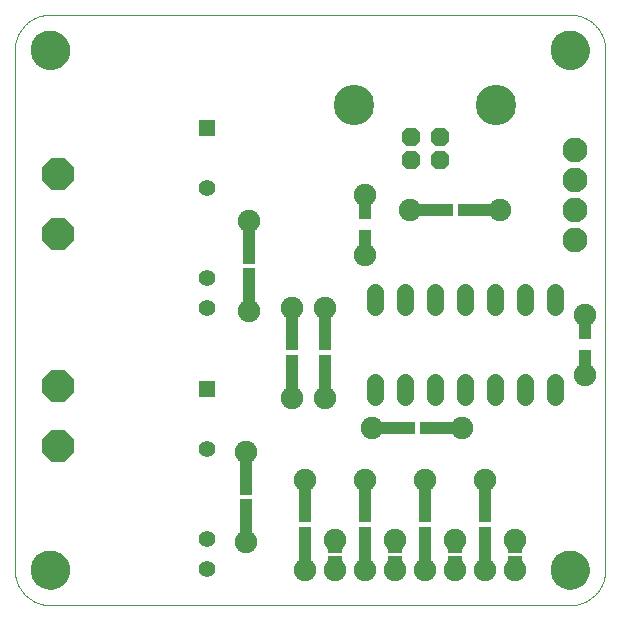
<source format=gts>
G75*
%MOIN*%
%OFA0B0*%
%FSLAX25Y25*%
%IPPOS*%
%LPD*%
%AMOC8*
5,1,8,0,0,1.08239X$1,22.5*
%
%ADD10C,0.00000*%
%ADD11C,0.12998*%
%ADD12R,0.04337X0.10636*%
%ADD13C,0.07487*%
%ADD14C,0.05600*%
%ADD15R,0.12998X0.04337*%
%ADD16OC8,0.06140*%
%ADD17C,0.13455*%
%ADD18R,0.04337X0.12998*%
%ADD19R,0.05124X0.03550*%
%ADD20C,0.08274*%
%ADD21R,0.05550X0.05550*%
%ADD22C,0.05550*%
%ADD23OC8,0.10400*%
D10*
X0013011Y0007724D02*
X0186239Y0007724D01*
X0179940Y0019535D02*
X0179942Y0019693D01*
X0179948Y0019851D01*
X0179958Y0020009D01*
X0179972Y0020167D01*
X0179990Y0020324D01*
X0180011Y0020481D01*
X0180037Y0020637D01*
X0180067Y0020793D01*
X0180100Y0020948D01*
X0180138Y0021101D01*
X0180179Y0021254D01*
X0180224Y0021406D01*
X0180273Y0021557D01*
X0180326Y0021706D01*
X0180382Y0021854D01*
X0180442Y0022000D01*
X0180506Y0022145D01*
X0180574Y0022288D01*
X0180645Y0022430D01*
X0180719Y0022570D01*
X0180797Y0022707D01*
X0180879Y0022843D01*
X0180963Y0022977D01*
X0181052Y0023108D01*
X0181143Y0023237D01*
X0181238Y0023364D01*
X0181335Y0023489D01*
X0181436Y0023611D01*
X0181540Y0023730D01*
X0181647Y0023847D01*
X0181757Y0023961D01*
X0181870Y0024072D01*
X0181985Y0024181D01*
X0182103Y0024286D01*
X0182224Y0024388D01*
X0182347Y0024488D01*
X0182473Y0024584D01*
X0182601Y0024677D01*
X0182731Y0024767D01*
X0182864Y0024853D01*
X0182999Y0024937D01*
X0183135Y0025016D01*
X0183274Y0025093D01*
X0183415Y0025165D01*
X0183557Y0025235D01*
X0183701Y0025300D01*
X0183847Y0025362D01*
X0183994Y0025420D01*
X0184143Y0025475D01*
X0184293Y0025526D01*
X0184444Y0025573D01*
X0184596Y0025616D01*
X0184749Y0025655D01*
X0184904Y0025691D01*
X0185059Y0025722D01*
X0185215Y0025750D01*
X0185371Y0025774D01*
X0185528Y0025794D01*
X0185686Y0025810D01*
X0185843Y0025822D01*
X0186002Y0025830D01*
X0186160Y0025834D01*
X0186318Y0025834D01*
X0186476Y0025830D01*
X0186635Y0025822D01*
X0186792Y0025810D01*
X0186950Y0025794D01*
X0187107Y0025774D01*
X0187263Y0025750D01*
X0187419Y0025722D01*
X0187574Y0025691D01*
X0187729Y0025655D01*
X0187882Y0025616D01*
X0188034Y0025573D01*
X0188185Y0025526D01*
X0188335Y0025475D01*
X0188484Y0025420D01*
X0188631Y0025362D01*
X0188777Y0025300D01*
X0188921Y0025235D01*
X0189063Y0025165D01*
X0189204Y0025093D01*
X0189343Y0025016D01*
X0189479Y0024937D01*
X0189614Y0024853D01*
X0189747Y0024767D01*
X0189877Y0024677D01*
X0190005Y0024584D01*
X0190131Y0024488D01*
X0190254Y0024388D01*
X0190375Y0024286D01*
X0190493Y0024181D01*
X0190608Y0024072D01*
X0190721Y0023961D01*
X0190831Y0023847D01*
X0190938Y0023730D01*
X0191042Y0023611D01*
X0191143Y0023489D01*
X0191240Y0023364D01*
X0191335Y0023237D01*
X0191426Y0023108D01*
X0191515Y0022977D01*
X0191599Y0022843D01*
X0191681Y0022707D01*
X0191759Y0022570D01*
X0191833Y0022430D01*
X0191904Y0022288D01*
X0191972Y0022145D01*
X0192036Y0022000D01*
X0192096Y0021854D01*
X0192152Y0021706D01*
X0192205Y0021557D01*
X0192254Y0021406D01*
X0192299Y0021254D01*
X0192340Y0021101D01*
X0192378Y0020948D01*
X0192411Y0020793D01*
X0192441Y0020637D01*
X0192467Y0020481D01*
X0192488Y0020324D01*
X0192506Y0020167D01*
X0192520Y0020009D01*
X0192530Y0019851D01*
X0192536Y0019693D01*
X0192538Y0019535D01*
X0192536Y0019377D01*
X0192530Y0019219D01*
X0192520Y0019061D01*
X0192506Y0018903D01*
X0192488Y0018746D01*
X0192467Y0018589D01*
X0192441Y0018433D01*
X0192411Y0018277D01*
X0192378Y0018122D01*
X0192340Y0017969D01*
X0192299Y0017816D01*
X0192254Y0017664D01*
X0192205Y0017513D01*
X0192152Y0017364D01*
X0192096Y0017216D01*
X0192036Y0017070D01*
X0191972Y0016925D01*
X0191904Y0016782D01*
X0191833Y0016640D01*
X0191759Y0016500D01*
X0191681Y0016363D01*
X0191599Y0016227D01*
X0191515Y0016093D01*
X0191426Y0015962D01*
X0191335Y0015833D01*
X0191240Y0015706D01*
X0191143Y0015581D01*
X0191042Y0015459D01*
X0190938Y0015340D01*
X0190831Y0015223D01*
X0190721Y0015109D01*
X0190608Y0014998D01*
X0190493Y0014889D01*
X0190375Y0014784D01*
X0190254Y0014682D01*
X0190131Y0014582D01*
X0190005Y0014486D01*
X0189877Y0014393D01*
X0189747Y0014303D01*
X0189614Y0014217D01*
X0189479Y0014133D01*
X0189343Y0014054D01*
X0189204Y0013977D01*
X0189063Y0013905D01*
X0188921Y0013835D01*
X0188777Y0013770D01*
X0188631Y0013708D01*
X0188484Y0013650D01*
X0188335Y0013595D01*
X0188185Y0013544D01*
X0188034Y0013497D01*
X0187882Y0013454D01*
X0187729Y0013415D01*
X0187574Y0013379D01*
X0187419Y0013348D01*
X0187263Y0013320D01*
X0187107Y0013296D01*
X0186950Y0013276D01*
X0186792Y0013260D01*
X0186635Y0013248D01*
X0186476Y0013240D01*
X0186318Y0013236D01*
X0186160Y0013236D01*
X0186002Y0013240D01*
X0185843Y0013248D01*
X0185686Y0013260D01*
X0185528Y0013276D01*
X0185371Y0013296D01*
X0185215Y0013320D01*
X0185059Y0013348D01*
X0184904Y0013379D01*
X0184749Y0013415D01*
X0184596Y0013454D01*
X0184444Y0013497D01*
X0184293Y0013544D01*
X0184143Y0013595D01*
X0183994Y0013650D01*
X0183847Y0013708D01*
X0183701Y0013770D01*
X0183557Y0013835D01*
X0183415Y0013905D01*
X0183274Y0013977D01*
X0183135Y0014054D01*
X0182999Y0014133D01*
X0182864Y0014217D01*
X0182731Y0014303D01*
X0182601Y0014393D01*
X0182473Y0014486D01*
X0182347Y0014582D01*
X0182224Y0014682D01*
X0182103Y0014784D01*
X0181985Y0014889D01*
X0181870Y0014998D01*
X0181757Y0015109D01*
X0181647Y0015223D01*
X0181540Y0015340D01*
X0181436Y0015459D01*
X0181335Y0015581D01*
X0181238Y0015706D01*
X0181143Y0015833D01*
X0181052Y0015962D01*
X0180963Y0016093D01*
X0180879Y0016227D01*
X0180797Y0016363D01*
X0180719Y0016500D01*
X0180645Y0016640D01*
X0180574Y0016782D01*
X0180506Y0016925D01*
X0180442Y0017070D01*
X0180382Y0017216D01*
X0180326Y0017364D01*
X0180273Y0017513D01*
X0180224Y0017664D01*
X0180179Y0017816D01*
X0180138Y0017969D01*
X0180100Y0018122D01*
X0180067Y0018277D01*
X0180037Y0018433D01*
X0180011Y0018589D01*
X0179990Y0018746D01*
X0179972Y0018903D01*
X0179958Y0019061D01*
X0179948Y0019219D01*
X0179942Y0019377D01*
X0179940Y0019535D01*
X0186239Y0007724D02*
X0186524Y0007727D01*
X0186810Y0007738D01*
X0187095Y0007755D01*
X0187379Y0007779D01*
X0187663Y0007810D01*
X0187946Y0007848D01*
X0188227Y0007893D01*
X0188508Y0007944D01*
X0188788Y0008002D01*
X0189066Y0008067D01*
X0189342Y0008139D01*
X0189616Y0008217D01*
X0189889Y0008302D01*
X0190159Y0008394D01*
X0190427Y0008492D01*
X0190693Y0008596D01*
X0190956Y0008707D01*
X0191216Y0008824D01*
X0191474Y0008947D01*
X0191728Y0009077D01*
X0191979Y0009213D01*
X0192227Y0009354D01*
X0192471Y0009502D01*
X0192712Y0009655D01*
X0192948Y0009815D01*
X0193181Y0009980D01*
X0193410Y0010150D01*
X0193635Y0010326D01*
X0193855Y0010508D01*
X0194071Y0010694D01*
X0194282Y0010886D01*
X0194489Y0011083D01*
X0194691Y0011285D01*
X0194888Y0011492D01*
X0195080Y0011703D01*
X0195266Y0011919D01*
X0195448Y0012139D01*
X0195624Y0012364D01*
X0195794Y0012593D01*
X0195959Y0012826D01*
X0196119Y0013062D01*
X0196272Y0013303D01*
X0196420Y0013547D01*
X0196561Y0013795D01*
X0196697Y0014046D01*
X0196827Y0014300D01*
X0196950Y0014558D01*
X0197067Y0014818D01*
X0197178Y0015081D01*
X0197282Y0015347D01*
X0197380Y0015615D01*
X0197472Y0015885D01*
X0197557Y0016158D01*
X0197635Y0016432D01*
X0197707Y0016708D01*
X0197772Y0016986D01*
X0197830Y0017266D01*
X0197881Y0017547D01*
X0197926Y0017828D01*
X0197964Y0018111D01*
X0197995Y0018395D01*
X0198019Y0018679D01*
X0198036Y0018964D01*
X0198047Y0019250D01*
X0198050Y0019535D01*
X0198050Y0192764D01*
X0179940Y0192764D02*
X0179942Y0192922D01*
X0179948Y0193080D01*
X0179958Y0193238D01*
X0179972Y0193396D01*
X0179990Y0193553D01*
X0180011Y0193710D01*
X0180037Y0193866D01*
X0180067Y0194022D01*
X0180100Y0194177D01*
X0180138Y0194330D01*
X0180179Y0194483D01*
X0180224Y0194635D01*
X0180273Y0194786D01*
X0180326Y0194935D01*
X0180382Y0195083D01*
X0180442Y0195229D01*
X0180506Y0195374D01*
X0180574Y0195517D01*
X0180645Y0195659D01*
X0180719Y0195799D01*
X0180797Y0195936D01*
X0180879Y0196072D01*
X0180963Y0196206D01*
X0181052Y0196337D01*
X0181143Y0196466D01*
X0181238Y0196593D01*
X0181335Y0196718D01*
X0181436Y0196840D01*
X0181540Y0196959D01*
X0181647Y0197076D01*
X0181757Y0197190D01*
X0181870Y0197301D01*
X0181985Y0197410D01*
X0182103Y0197515D01*
X0182224Y0197617D01*
X0182347Y0197717D01*
X0182473Y0197813D01*
X0182601Y0197906D01*
X0182731Y0197996D01*
X0182864Y0198082D01*
X0182999Y0198166D01*
X0183135Y0198245D01*
X0183274Y0198322D01*
X0183415Y0198394D01*
X0183557Y0198464D01*
X0183701Y0198529D01*
X0183847Y0198591D01*
X0183994Y0198649D01*
X0184143Y0198704D01*
X0184293Y0198755D01*
X0184444Y0198802D01*
X0184596Y0198845D01*
X0184749Y0198884D01*
X0184904Y0198920D01*
X0185059Y0198951D01*
X0185215Y0198979D01*
X0185371Y0199003D01*
X0185528Y0199023D01*
X0185686Y0199039D01*
X0185843Y0199051D01*
X0186002Y0199059D01*
X0186160Y0199063D01*
X0186318Y0199063D01*
X0186476Y0199059D01*
X0186635Y0199051D01*
X0186792Y0199039D01*
X0186950Y0199023D01*
X0187107Y0199003D01*
X0187263Y0198979D01*
X0187419Y0198951D01*
X0187574Y0198920D01*
X0187729Y0198884D01*
X0187882Y0198845D01*
X0188034Y0198802D01*
X0188185Y0198755D01*
X0188335Y0198704D01*
X0188484Y0198649D01*
X0188631Y0198591D01*
X0188777Y0198529D01*
X0188921Y0198464D01*
X0189063Y0198394D01*
X0189204Y0198322D01*
X0189343Y0198245D01*
X0189479Y0198166D01*
X0189614Y0198082D01*
X0189747Y0197996D01*
X0189877Y0197906D01*
X0190005Y0197813D01*
X0190131Y0197717D01*
X0190254Y0197617D01*
X0190375Y0197515D01*
X0190493Y0197410D01*
X0190608Y0197301D01*
X0190721Y0197190D01*
X0190831Y0197076D01*
X0190938Y0196959D01*
X0191042Y0196840D01*
X0191143Y0196718D01*
X0191240Y0196593D01*
X0191335Y0196466D01*
X0191426Y0196337D01*
X0191515Y0196206D01*
X0191599Y0196072D01*
X0191681Y0195936D01*
X0191759Y0195799D01*
X0191833Y0195659D01*
X0191904Y0195517D01*
X0191972Y0195374D01*
X0192036Y0195229D01*
X0192096Y0195083D01*
X0192152Y0194935D01*
X0192205Y0194786D01*
X0192254Y0194635D01*
X0192299Y0194483D01*
X0192340Y0194330D01*
X0192378Y0194177D01*
X0192411Y0194022D01*
X0192441Y0193866D01*
X0192467Y0193710D01*
X0192488Y0193553D01*
X0192506Y0193396D01*
X0192520Y0193238D01*
X0192530Y0193080D01*
X0192536Y0192922D01*
X0192538Y0192764D01*
X0192536Y0192606D01*
X0192530Y0192448D01*
X0192520Y0192290D01*
X0192506Y0192132D01*
X0192488Y0191975D01*
X0192467Y0191818D01*
X0192441Y0191662D01*
X0192411Y0191506D01*
X0192378Y0191351D01*
X0192340Y0191198D01*
X0192299Y0191045D01*
X0192254Y0190893D01*
X0192205Y0190742D01*
X0192152Y0190593D01*
X0192096Y0190445D01*
X0192036Y0190299D01*
X0191972Y0190154D01*
X0191904Y0190011D01*
X0191833Y0189869D01*
X0191759Y0189729D01*
X0191681Y0189592D01*
X0191599Y0189456D01*
X0191515Y0189322D01*
X0191426Y0189191D01*
X0191335Y0189062D01*
X0191240Y0188935D01*
X0191143Y0188810D01*
X0191042Y0188688D01*
X0190938Y0188569D01*
X0190831Y0188452D01*
X0190721Y0188338D01*
X0190608Y0188227D01*
X0190493Y0188118D01*
X0190375Y0188013D01*
X0190254Y0187911D01*
X0190131Y0187811D01*
X0190005Y0187715D01*
X0189877Y0187622D01*
X0189747Y0187532D01*
X0189614Y0187446D01*
X0189479Y0187362D01*
X0189343Y0187283D01*
X0189204Y0187206D01*
X0189063Y0187134D01*
X0188921Y0187064D01*
X0188777Y0186999D01*
X0188631Y0186937D01*
X0188484Y0186879D01*
X0188335Y0186824D01*
X0188185Y0186773D01*
X0188034Y0186726D01*
X0187882Y0186683D01*
X0187729Y0186644D01*
X0187574Y0186608D01*
X0187419Y0186577D01*
X0187263Y0186549D01*
X0187107Y0186525D01*
X0186950Y0186505D01*
X0186792Y0186489D01*
X0186635Y0186477D01*
X0186476Y0186469D01*
X0186318Y0186465D01*
X0186160Y0186465D01*
X0186002Y0186469D01*
X0185843Y0186477D01*
X0185686Y0186489D01*
X0185528Y0186505D01*
X0185371Y0186525D01*
X0185215Y0186549D01*
X0185059Y0186577D01*
X0184904Y0186608D01*
X0184749Y0186644D01*
X0184596Y0186683D01*
X0184444Y0186726D01*
X0184293Y0186773D01*
X0184143Y0186824D01*
X0183994Y0186879D01*
X0183847Y0186937D01*
X0183701Y0186999D01*
X0183557Y0187064D01*
X0183415Y0187134D01*
X0183274Y0187206D01*
X0183135Y0187283D01*
X0182999Y0187362D01*
X0182864Y0187446D01*
X0182731Y0187532D01*
X0182601Y0187622D01*
X0182473Y0187715D01*
X0182347Y0187811D01*
X0182224Y0187911D01*
X0182103Y0188013D01*
X0181985Y0188118D01*
X0181870Y0188227D01*
X0181757Y0188338D01*
X0181647Y0188452D01*
X0181540Y0188569D01*
X0181436Y0188688D01*
X0181335Y0188810D01*
X0181238Y0188935D01*
X0181143Y0189062D01*
X0181052Y0189191D01*
X0180963Y0189322D01*
X0180879Y0189456D01*
X0180797Y0189592D01*
X0180719Y0189729D01*
X0180645Y0189869D01*
X0180574Y0190011D01*
X0180506Y0190154D01*
X0180442Y0190299D01*
X0180382Y0190445D01*
X0180326Y0190593D01*
X0180273Y0190742D01*
X0180224Y0190893D01*
X0180179Y0191045D01*
X0180138Y0191198D01*
X0180100Y0191351D01*
X0180067Y0191506D01*
X0180037Y0191662D01*
X0180011Y0191818D01*
X0179990Y0191975D01*
X0179972Y0192132D01*
X0179958Y0192290D01*
X0179948Y0192448D01*
X0179942Y0192606D01*
X0179940Y0192764D01*
X0186239Y0204575D02*
X0186524Y0204572D01*
X0186810Y0204561D01*
X0187095Y0204544D01*
X0187379Y0204520D01*
X0187663Y0204489D01*
X0187946Y0204451D01*
X0188227Y0204406D01*
X0188508Y0204355D01*
X0188788Y0204297D01*
X0189066Y0204232D01*
X0189342Y0204160D01*
X0189616Y0204082D01*
X0189889Y0203997D01*
X0190159Y0203905D01*
X0190427Y0203807D01*
X0190693Y0203703D01*
X0190956Y0203592D01*
X0191216Y0203475D01*
X0191474Y0203352D01*
X0191728Y0203222D01*
X0191979Y0203086D01*
X0192227Y0202945D01*
X0192471Y0202797D01*
X0192712Y0202644D01*
X0192948Y0202484D01*
X0193181Y0202319D01*
X0193410Y0202149D01*
X0193635Y0201973D01*
X0193855Y0201791D01*
X0194071Y0201605D01*
X0194282Y0201413D01*
X0194489Y0201216D01*
X0194691Y0201014D01*
X0194888Y0200807D01*
X0195080Y0200596D01*
X0195266Y0200380D01*
X0195448Y0200160D01*
X0195624Y0199935D01*
X0195794Y0199706D01*
X0195959Y0199473D01*
X0196119Y0199237D01*
X0196272Y0198996D01*
X0196420Y0198752D01*
X0196561Y0198504D01*
X0196697Y0198253D01*
X0196827Y0197999D01*
X0196950Y0197741D01*
X0197067Y0197481D01*
X0197178Y0197218D01*
X0197282Y0196952D01*
X0197380Y0196684D01*
X0197472Y0196414D01*
X0197557Y0196141D01*
X0197635Y0195867D01*
X0197707Y0195591D01*
X0197772Y0195313D01*
X0197830Y0195033D01*
X0197881Y0194752D01*
X0197926Y0194471D01*
X0197964Y0194188D01*
X0197995Y0193904D01*
X0198019Y0193620D01*
X0198036Y0193335D01*
X0198047Y0193049D01*
X0198050Y0192764D01*
X0186239Y0204575D02*
X0013011Y0204575D01*
X0006712Y0192764D02*
X0006714Y0192922D01*
X0006720Y0193080D01*
X0006730Y0193238D01*
X0006744Y0193396D01*
X0006762Y0193553D01*
X0006783Y0193710D01*
X0006809Y0193866D01*
X0006839Y0194022D01*
X0006872Y0194177D01*
X0006910Y0194330D01*
X0006951Y0194483D01*
X0006996Y0194635D01*
X0007045Y0194786D01*
X0007098Y0194935D01*
X0007154Y0195083D01*
X0007214Y0195229D01*
X0007278Y0195374D01*
X0007346Y0195517D01*
X0007417Y0195659D01*
X0007491Y0195799D01*
X0007569Y0195936D01*
X0007651Y0196072D01*
X0007735Y0196206D01*
X0007824Y0196337D01*
X0007915Y0196466D01*
X0008010Y0196593D01*
X0008107Y0196718D01*
X0008208Y0196840D01*
X0008312Y0196959D01*
X0008419Y0197076D01*
X0008529Y0197190D01*
X0008642Y0197301D01*
X0008757Y0197410D01*
X0008875Y0197515D01*
X0008996Y0197617D01*
X0009119Y0197717D01*
X0009245Y0197813D01*
X0009373Y0197906D01*
X0009503Y0197996D01*
X0009636Y0198082D01*
X0009771Y0198166D01*
X0009907Y0198245D01*
X0010046Y0198322D01*
X0010187Y0198394D01*
X0010329Y0198464D01*
X0010473Y0198529D01*
X0010619Y0198591D01*
X0010766Y0198649D01*
X0010915Y0198704D01*
X0011065Y0198755D01*
X0011216Y0198802D01*
X0011368Y0198845D01*
X0011521Y0198884D01*
X0011676Y0198920D01*
X0011831Y0198951D01*
X0011987Y0198979D01*
X0012143Y0199003D01*
X0012300Y0199023D01*
X0012458Y0199039D01*
X0012615Y0199051D01*
X0012774Y0199059D01*
X0012932Y0199063D01*
X0013090Y0199063D01*
X0013248Y0199059D01*
X0013407Y0199051D01*
X0013564Y0199039D01*
X0013722Y0199023D01*
X0013879Y0199003D01*
X0014035Y0198979D01*
X0014191Y0198951D01*
X0014346Y0198920D01*
X0014501Y0198884D01*
X0014654Y0198845D01*
X0014806Y0198802D01*
X0014957Y0198755D01*
X0015107Y0198704D01*
X0015256Y0198649D01*
X0015403Y0198591D01*
X0015549Y0198529D01*
X0015693Y0198464D01*
X0015835Y0198394D01*
X0015976Y0198322D01*
X0016115Y0198245D01*
X0016251Y0198166D01*
X0016386Y0198082D01*
X0016519Y0197996D01*
X0016649Y0197906D01*
X0016777Y0197813D01*
X0016903Y0197717D01*
X0017026Y0197617D01*
X0017147Y0197515D01*
X0017265Y0197410D01*
X0017380Y0197301D01*
X0017493Y0197190D01*
X0017603Y0197076D01*
X0017710Y0196959D01*
X0017814Y0196840D01*
X0017915Y0196718D01*
X0018012Y0196593D01*
X0018107Y0196466D01*
X0018198Y0196337D01*
X0018287Y0196206D01*
X0018371Y0196072D01*
X0018453Y0195936D01*
X0018531Y0195799D01*
X0018605Y0195659D01*
X0018676Y0195517D01*
X0018744Y0195374D01*
X0018808Y0195229D01*
X0018868Y0195083D01*
X0018924Y0194935D01*
X0018977Y0194786D01*
X0019026Y0194635D01*
X0019071Y0194483D01*
X0019112Y0194330D01*
X0019150Y0194177D01*
X0019183Y0194022D01*
X0019213Y0193866D01*
X0019239Y0193710D01*
X0019260Y0193553D01*
X0019278Y0193396D01*
X0019292Y0193238D01*
X0019302Y0193080D01*
X0019308Y0192922D01*
X0019310Y0192764D01*
X0019308Y0192606D01*
X0019302Y0192448D01*
X0019292Y0192290D01*
X0019278Y0192132D01*
X0019260Y0191975D01*
X0019239Y0191818D01*
X0019213Y0191662D01*
X0019183Y0191506D01*
X0019150Y0191351D01*
X0019112Y0191198D01*
X0019071Y0191045D01*
X0019026Y0190893D01*
X0018977Y0190742D01*
X0018924Y0190593D01*
X0018868Y0190445D01*
X0018808Y0190299D01*
X0018744Y0190154D01*
X0018676Y0190011D01*
X0018605Y0189869D01*
X0018531Y0189729D01*
X0018453Y0189592D01*
X0018371Y0189456D01*
X0018287Y0189322D01*
X0018198Y0189191D01*
X0018107Y0189062D01*
X0018012Y0188935D01*
X0017915Y0188810D01*
X0017814Y0188688D01*
X0017710Y0188569D01*
X0017603Y0188452D01*
X0017493Y0188338D01*
X0017380Y0188227D01*
X0017265Y0188118D01*
X0017147Y0188013D01*
X0017026Y0187911D01*
X0016903Y0187811D01*
X0016777Y0187715D01*
X0016649Y0187622D01*
X0016519Y0187532D01*
X0016386Y0187446D01*
X0016251Y0187362D01*
X0016115Y0187283D01*
X0015976Y0187206D01*
X0015835Y0187134D01*
X0015693Y0187064D01*
X0015549Y0186999D01*
X0015403Y0186937D01*
X0015256Y0186879D01*
X0015107Y0186824D01*
X0014957Y0186773D01*
X0014806Y0186726D01*
X0014654Y0186683D01*
X0014501Y0186644D01*
X0014346Y0186608D01*
X0014191Y0186577D01*
X0014035Y0186549D01*
X0013879Y0186525D01*
X0013722Y0186505D01*
X0013564Y0186489D01*
X0013407Y0186477D01*
X0013248Y0186469D01*
X0013090Y0186465D01*
X0012932Y0186465D01*
X0012774Y0186469D01*
X0012615Y0186477D01*
X0012458Y0186489D01*
X0012300Y0186505D01*
X0012143Y0186525D01*
X0011987Y0186549D01*
X0011831Y0186577D01*
X0011676Y0186608D01*
X0011521Y0186644D01*
X0011368Y0186683D01*
X0011216Y0186726D01*
X0011065Y0186773D01*
X0010915Y0186824D01*
X0010766Y0186879D01*
X0010619Y0186937D01*
X0010473Y0186999D01*
X0010329Y0187064D01*
X0010187Y0187134D01*
X0010046Y0187206D01*
X0009907Y0187283D01*
X0009771Y0187362D01*
X0009636Y0187446D01*
X0009503Y0187532D01*
X0009373Y0187622D01*
X0009245Y0187715D01*
X0009119Y0187811D01*
X0008996Y0187911D01*
X0008875Y0188013D01*
X0008757Y0188118D01*
X0008642Y0188227D01*
X0008529Y0188338D01*
X0008419Y0188452D01*
X0008312Y0188569D01*
X0008208Y0188688D01*
X0008107Y0188810D01*
X0008010Y0188935D01*
X0007915Y0189062D01*
X0007824Y0189191D01*
X0007735Y0189322D01*
X0007651Y0189456D01*
X0007569Y0189592D01*
X0007491Y0189729D01*
X0007417Y0189869D01*
X0007346Y0190011D01*
X0007278Y0190154D01*
X0007214Y0190299D01*
X0007154Y0190445D01*
X0007098Y0190593D01*
X0007045Y0190742D01*
X0006996Y0190893D01*
X0006951Y0191045D01*
X0006910Y0191198D01*
X0006872Y0191351D01*
X0006839Y0191506D01*
X0006809Y0191662D01*
X0006783Y0191818D01*
X0006762Y0191975D01*
X0006744Y0192132D01*
X0006730Y0192290D01*
X0006720Y0192448D01*
X0006714Y0192606D01*
X0006712Y0192764D01*
X0001200Y0192764D02*
X0001200Y0019535D01*
X0006712Y0019535D02*
X0006714Y0019693D01*
X0006720Y0019851D01*
X0006730Y0020009D01*
X0006744Y0020167D01*
X0006762Y0020324D01*
X0006783Y0020481D01*
X0006809Y0020637D01*
X0006839Y0020793D01*
X0006872Y0020948D01*
X0006910Y0021101D01*
X0006951Y0021254D01*
X0006996Y0021406D01*
X0007045Y0021557D01*
X0007098Y0021706D01*
X0007154Y0021854D01*
X0007214Y0022000D01*
X0007278Y0022145D01*
X0007346Y0022288D01*
X0007417Y0022430D01*
X0007491Y0022570D01*
X0007569Y0022707D01*
X0007651Y0022843D01*
X0007735Y0022977D01*
X0007824Y0023108D01*
X0007915Y0023237D01*
X0008010Y0023364D01*
X0008107Y0023489D01*
X0008208Y0023611D01*
X0008312Y0023730D01*
X0008419Y0023847D01*
X0008529Y0023961D01*
X0008642Y0024072D01*
X0008757Y0024181D01*
X0008875Y0024286D01*
X0008996Y0024388D01*
X0009119Y0024488D01*
X0009245Y0024584D01*
X0009373Y0024677D01*
X0009503Y0024767D01*
X0009636Y0024853D01*
X0009771Y0024937D01*
X0009907Y0025016D01*
X0010046Y0025093D01*
X0010187Y0025165D01*
X0010329Y0025235D01*
X0010473Y0025300D01*
X0010619Y0025362D01*
X0010766Y0025420D01*
X0010915Y0025475D01*
X0011065Y0025526D01*
X0011216Y0025573D01*
X0011368Y0025616D01*
X0011521Y0025655D01*
X0011676Y0025691D01*
X0011831Y0025722D01*
X0011987Y0025750D01*
X0012143Y0025774D01*
X0012300Y0025794D01*
X0012458Y0025810D01*
X0012615Y0025822D01*
X0012774Y0025830D01*
X0012932Y0025834D01*
X0013090Y0025834D01*
X0013248Y0025830D01*
X0013407Y0025822D01*
X0013564Y0025810D01*
X0013722Y0025794D01*
X0013879Y0025774D01*
X0014035Y0025750D01*
X0014191Y0025722D01*
X0014346Y0025691D01*
X0014501Y0025655D01*
X0014654Y0025616D01*
X0014806Y0025573D01*
X0014957Y0025526D01*
X0015107Y0025475D01*
X0015256Y0025420D01*
X0015403Y0025362D01*
X0015549Y0025300D01*
X0015693Y0025235D01*
X0015835Y0025165D01*
X0015976Y0025093D01*
X0016115Y0025016D01*
X0016251Y0024937D01*
X0016386Y0024853D01*
X0016519Y0024767D01*
X0016649Y0024677D01*
X0016777Y0024584D01*
X0016903Y0024488D01*
X0017026Y0024388D01*
X0017147Y0024286D01*
X0017265Y0024181D01*
X0017380Y0024072D01*
X0017493Y0023961D01*
X0017603Y0023847D01*
X0017710Y0023730D01*
X0017814Y0023611D01*
X0017915Y0023489D01*
X0018012Y0023364D01*
X0018107Y0023237D01*
X0018198Y0023108D01*
X0018287Y0022977D01*
X0018371Y0022843D01*
X0018453Y0022707D01*
X0018531Y0022570D01*
X0018605Y0022430D01*
X0018676Y0022288D01*
X0018744Y0022145D01*
X0018808Y0022000D01*
X0018868Y0021854D01*
X0018924Y0021706D01*
X0018977Y0021557D01*
X0019026Y0021406D01*
X0019071Y0021254D01*
X0019112Y0021101D01*
X0019150Y0020948D01*
X0019183Y0020793D01*
X0019213Y0020637D01*
X0019239Y0020481D01*
X0019260Y0020324D01*
X0019278Y0020167D01*
X0019292Y0020009D01*
X0019302Y0019851D01*
X0019308Y0019693D01*
X0019310Y0019535D01*
X0019308Y0019377D01*
X0019302Y0019219D01*
X0019292Y0019061D01*
X0019278Y0018903D01*
X0019260Y0018746D01*
X0019239Y0018589D01*
X0019213Y0018433D01*
X0019183Y0018277D01*
X0019150Y0018122D01*
X0019112Y0017969D01*
X0019071Y0017816D01*
X0019026Y0017664D01*
X0018977Y0017513D01*
X0018924Y0017364D01*
X0018868Y0017216D01*
X0018808Y0017070D01*
X0018744Y0016925D01*
X0018676Y0016782D01*
X0018605Y0016640D01*
X0018531Y0016500D01*
X0018453Y0016363D01*
X0018371Y0016227D01*
X0018287Y0016093D01*
X0018198Y0015962D01*
X0018107Y0015833D01*
X0018012Y0015706D01*
X0017915Y0015581D01*
X0017814Y0015459D01*
X0017710Y0015340D01*
X0017603Y0015223D01*
X0017493Y0015109D01*
X0017380Y0014998D01*
X0017265Y0014889D01*
X0017147Y0014784D01*
X0017026Y0014682D01*
X0016903Y0014582D01*
X0016777Y0014486D01*
X0016649Y0014393D01*
X0016519Y0014303D01*
X0016386Y0014217D01*
X0016251Y0014133D01*
X0016115Y0014054D01*
X0015976Y0013977D01*
X0015835Y0013905D01*
X0015693Y0013835D01*
X0015549Y0013770D01*
X0015403Y0013708D01*
X0015256Y0013650D01*
X0015107Y0013595D01*
X0014957Y0013544D01*
X0014806Y0013497D01*
X0014654Y0013454D01*
X0014501Y0013415D01*
X0014346Y0013379D01*
X0014191Y0013348D01*
X0014035Y0013320D01*
X0013879Y0013296D01*
X0013722Y0013276D01*
X0013564Y0013260D01*
X0013407Y0013248D01*
X0013248Y0013240D01*
X0013090Y0013236D01*
X0012932Y0013236D01*
X0012774Y0013240D01*
X0012615Y0013248D01*
X0012458Y0013260D01*
X0012300Y0013276D01*
X0012143Y0013296D01*
X0011987Y0013320D01*
X0011831Y0013348D01*
X0011676Y0013379D01*
X0011521Y0013415D01*
X0011368Y0013454D01*
X0011216Y0013497D01*
X0011065Y0013544D01*
X0010915Y0013595D01*
X0010766Y0013650D01*
X0010619Y0013708D01*
X0010473Y0013770D01*
X0010329Y0013835D01*
X0010187Y0013905D01*
X0010046Y0013977D01*
X0009907Y0014054D01*
X0009771Y0014133D01*
X0009636Y0014217D01*
X0009503Y0014303D01*
X0009373Y0014393D01*
X0009245Y0014486D01*
X0009119Y0014582D01*
X0008996Y0014682D01*
X0008875Y0014784D01*
X0008757Y0014889D01*
X0008642Y0014998D01*
X0008529Y0015109D01*
X0008419Y0015223D01*
X0008312Y0015340D01*
X0008208Y0015459D01*
X0008107Y0015581D01*
X0008010Y0015706D01*
X0007915Y0015833D01*
X0007824Y0015962D01*
X0007735Y0016093D01*
X0007651Y0016227D01*
X0007569Y0016363D01*
X0007491Y0016500D01*
X0007417Y0016640D01*
X0007346Y0016782D01*
X0007278Y0016925D01*
X0007214Y0017070D01*
X0007154Y0017216D01*
X0007098Y0017364D01*
X0007045Y0017513D01*
X0006996Y0017664D01*
X0006951Y0017816D01*
X0006910Y0017969D01*
X0006872Y0018122D01*
X0006839Y0018277D01*
X0006809Y0018433D01*
X0006783Y0018589D01*
X0006762Y0018746D01*
X0006744Y0018903D01*
X0006730Y0019061D01*
X0006720Y0019219D01*
X0006714Y0019377D01*
X0006712Y0019535D01*
X0001200Y0019535D02*
X0001203Y0019250D01*
X0001214Y0018964D01*
X0001231Y0018679D01*
X0001255Y0018395D01*
X0001286Y0018111D01*
X0001324Y0017828D01*
X0001369Y0017547D01*
X0001420Y0017266D01*
X0001478Y0016986D01*
X0001543Y0016708D01*
X0001615Y0016432D01*
X0001693Y0016158D01*
X0001778Y0015885D01*
X0001870Y0015615D01*
X0001968Y0015347D01*
X0002072Y0015081D01*
X0002183Y0014818D01*
X0002300Y0014558D01*
X0002423Y0014300D01*
X0002553Y0014046D01*
X0002689Y0013795D01*
X0002830Y0013547D01*
X0002978Y0013303D01*
X0003131Y0013062D01*
X0003291Y0012826D01*
X0003456Y0012593D01*
X0003626Y0012364D01*
X0003802Y0012139D01*
X0003984Y0011919D01*
X0004170Y0011703D01*
X0004362Y0011492D01*
X0004559Y0011285D01*
X0004761Y0011083D01*
X0004968Y0010886D01*
X0005179Y0010694D01*
X0005395Y0010508D01*
X0005615Y0010326D01*
X0005840Y0010150D01*
X0006069Y0009980D01*
X0006302Y0009815D01*
X0006538Y0009655D01*
X0006779Y0009502D01*
X0007023Y0009354D01*
X0007271Y0009213D01*
X0007522Y0009077D01*
X0007776Y0008947D01*
X0008034Y0008824D01*
X0008294Y0008707D01*
X0008557Y0008596D01*
X0008823Y0008492D01*
X0009091Y0008394D01*
X0009361Y0008302D01*
X0009634Y0008217D01*
X0009908Y0008139D01*
X0010184Y0008067D01*
X0010462Y0008002D01*
X0010742Y0007944D01*
X0011023Y0007893D01*
X0011304Y0007848D01*
X0011587Y0007810D01*
X0011871Y0007779D01*
X0012155Y0007755D01*
X0012440Y0007738D01*
X0012726Y0007727D01*
X0013011Y0007724D01*
X0001200Y0192764D02*
X0001203Y0193049D01*
X0001214Y0193335D01*
X0001231Y0193620D01*
X0001255Y0193904D01*
X0001286Y0194188D01*
X0001324Y0194471D01*
X0001369Y0194752D01*
X0001420Y0195033D01*
X0001478Y0195313D01*
X0001543Y0195591D01*
X0001615Y0195867D01*
X0001693Y0196141D01*
X0001778Y0196414D01*
X0001870Y0196684D01*
X0001968Y0196952D01*
X0002072Y0197218D01*
X0002183Y0197481D01*
X0002300Y0197741D01*
X0002423Y0197999D01*
X0002553Y0198253D01*
X0002689Y0198504D01*
X0002830Y0198752D01*
X0002978Y0198996D01*
X0003131Y0199237D01*
X0003291Y0199473D01*
X0003456Y0199706D01*
X0003626Y0199935D01*
X0003802Y0200160D01*
X0003984Y0200380D01*
X0004170Y0200596D01*
X0004362Y0200807D01*
X0004559Y0201014D01*
X0004761Y0201216D01*
X0004968Y0201413D01*
X0005179Y0201605D01*
X0005395Y0201791D01*
X0005615Y0201973D01*
X0005840Y0202149D01*
X0006069Y0202319D01*
X0006302Y0202484D01*
X0006538Y0202644D01*
X0006779Y0202797D01*
X0007023Y0202945D01*
X0007271Y0203086D01*
X0007522Y0203222D01*
X0007776Y0203352D01*
X0008034Y0203475D01*
X0008294Y0203592D01*
X0008557Y0203703D01*
X0008823Y0203807D01*
X0009091Y0203905D01*
X0009361Y0203997D01*
X0009634Y0204082D01*
X0009908Y0204160D01*
X0010184Y0204232D01*
X0010462Y0204297D01*
X0010742Y0204355D01*
X0011023Y0204406D01*
X0011304Y0204451D01*
X0011587Y0204489D01*
X0011871Y0204520D01*
X0012155Y0204544D01*
X0012440Y0204561D01*
X0012726Y0204572D01*
X0013011Y0204575D01*
D11*
X0013011Y0192764D03*
X0013011Y0019535D03*
X0186239Y0019535D03*
X0186239Y0192764D03*
D12*
X0118050Y0141661D03*
X0118050Y0127488D03*
X0191200Y0101661D03*
X0191200Y0087488D03*
D13*
X0191200Y0084575D03*
X0191200Y0104575D03*
X0163050Y0139575D03*
X0133050Y0139575D03*
X0118050Y0144575D03*
X0118050Y0124575D03*
X0104487Y0106937D03*
X0093700Y0106937D03*
X0079200Y0105724D03*
X0093700Y0076937D03*
X0104487Y0076937D03*
X0120413Y0066937D03*
X0118050Y0049575D03*
X0108050Y0029575D03*
X0108050Y0019575D03*
X0098050Y0019575D03*
X0078200Y0028724D03*
X0098050Y0049575D03*
X0078200Y0058724D03*
X0118050Y0019575D03*
X0128050Y0019575D03*
X0128050Y0029575D03*
X0138050Y0019575D03*
X0148050Y0019575D03*
X0148050Y0029575D03*
X0158050Y0019575D03*
X0168050Y0019575D03*
X0168050Y0029575D03*
X0158050Y0049575D03*
X0150413Y0066937D03*
X0138050Y0049575D03*
X0079200Y0135724D03*
D14*
X0121200Y0112175D02*
X0121200Y0106975D01*
X0131200Y0106975D02*
X0131200Y0112175D01*
X0141200Y0112175D02*
X0141200Y0106975D01*
X0151200Y0106975D02*
X0151200Y0112175D01*
X0161200Y0112175D02*
X0161200Y0106975D01*
X0171200Y0106975D02*
X0171200Y0112175D01*
X0181200Y0112175D02*
X0181200Y0106975D01*
X0181200Y0082175D02*
X0181200Y0076975D01*
X0171200Y0076975D02*
X0171200Y0082175D01*
X0161200Y0082175D02*
X0161200Y0076975D01*
X0151200Y0076975D02*
X0151200Y0082175D01*
X0141200Y0082175D02*
X0141200Y0076975D01*
X0131200Y0076975D02*
X0131200Y0082175D01*
X0121200Y0082175D02*
X0121200Y0076975D01*
D15*
X0128326Y0066937D03*
X0142499Y0066937D03*
X0140964Y0139575D03*
X0155137Y0139575D03*
D16*
X0142972Y0156031D03*
X0142972Y0163906D03*
X0133129Y0163906D03*
X0133129Y0156031D03*
D17*
X0114350Y0174575D03*
X0161751Y0174575D03*
D18*
X0104487Y0099024D03*
X0093700Y0099024D03*
X0093700Y0084850D03*
X0104487Y0084850D03*
X0079200Y0113638D03*
X0079200Y0127811D03*
X0078200Y0050811D03*
X0078200Y0036638D03*
X0098050Y0041661D03*
X0098050Y0027488D03*
X0118050Y0027488D03*
X0118050Y0041661D03*
X0138050Y0041661D03*
X0138050Y0027488D03*
X0158050Y0027488D03*
X0158050Y0041661D03*
D19*
X0148050Y0026661D03*
X0148050Y0022488D03*
X0168050Y0022488D03*
X0168050Y0026661D03*
X0128050Y0026661D03*
X0128050Y0022488D03*
X0108050Y0022488D03*
X0108050Y0026661D03*
D20*
X0188050Y0129575D03*
X0188050Y0139575D03*
X0188050Y0149575D03*
X0188050Y0159575D03*
D21*
X0065200Y0166724D03*
X0065200Y0079724D03*
D22*
X0065200Y0059724D03*
X0065200Y0029724D03*
X0065200Y0019724D03*
X0065200Y0106724D03*
X0065200Y0116724D03*
X0065200Y0146724D03*
D23*
X0015665Y0151583D03*
X0015665Y0131583D03*
X0015665Y0080717D03*
X0015665Y0060717D03*
M02*

</source>
